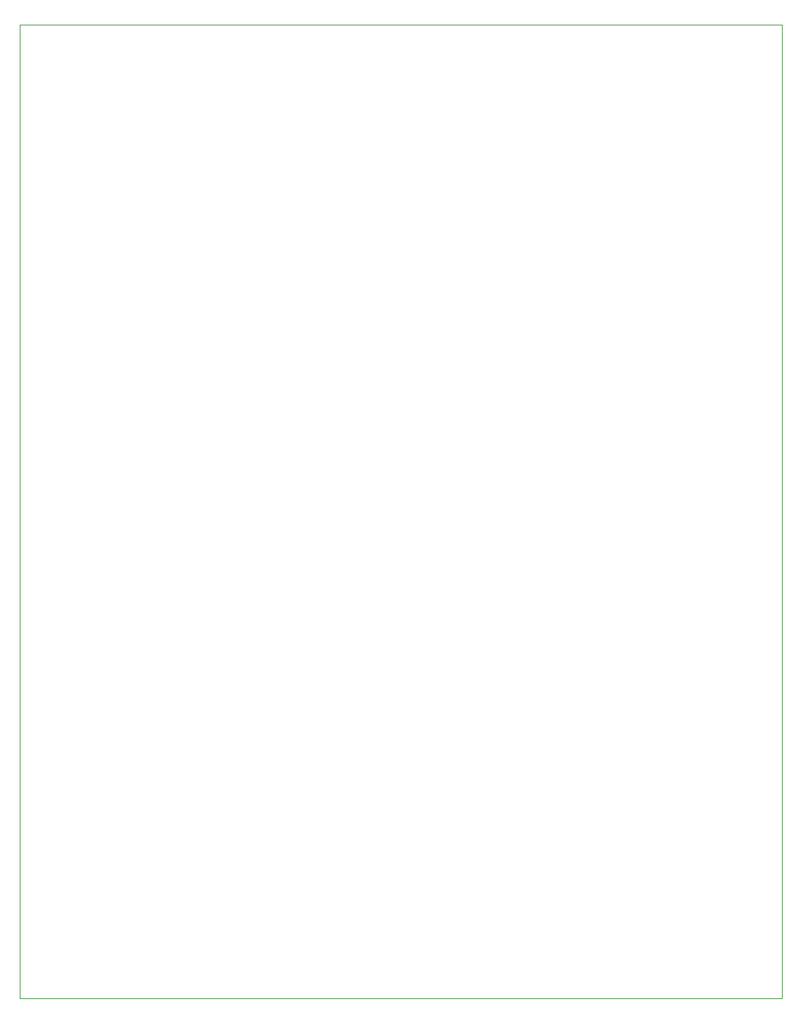
<source format=gbr>
G04 #@! TF.FileFunction,Profile,NP*
%FSLAX46Y46*%
G04 Gerber Fmt 4.6, Leading zero omitted, Abs format (unit mm)*
G04 Created by KiCad (PCBNEW (2015-06-12 BZR 5734)-product) date Saturday, June 20, 2015 'PMt' 05:40:19 PM*
%MOMM*%
G01*
G04 APERTURE LIST*
%ADD10C,0.100000*%
G04 APERTURE END LIST*
D10*
X91440000Y-24765000D02*
X182880000Y-24765000D01*
X91440000Y-141605000D02*
X91440000Y-24765000D01*
X182880000Y-141605000D02*
X91440000Y-141605000D01*
X182880000Y-24765000D02*
X182880000Y-141605000D01*
M02*

</source>
